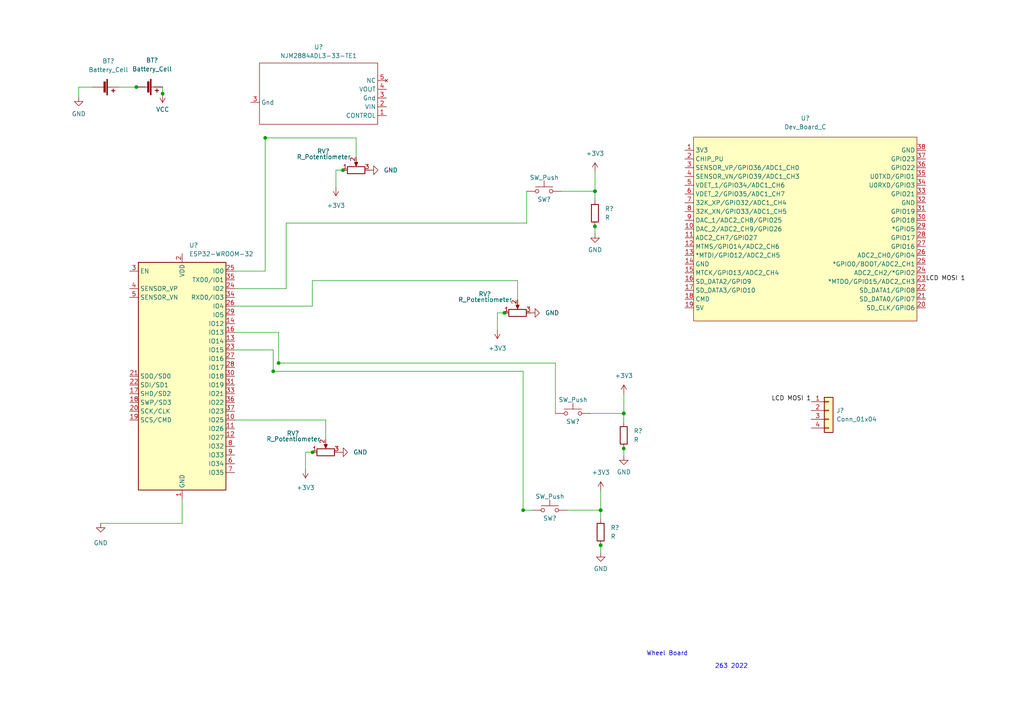
<source format=kicad_sch>
(kicad_sch (version 20211123) (generator eeschema)
  (paper "A4")
  (lib_symbols
    (symbol "AERO_Symbols:Dev_Board_C"
      (property "Reference" "U" (at 0 0 0))
      (property "Value" "Dev_Board_C" (at 0 0 0))
      (symbol "Dev_Board_C_0_0"
        (pin power_in line (at -36.83 -6.35 0) (length 2.54) (name "GND") (number "14"))
        (pin power_in line (at -36.83 -19.05 0) (length 2.54) (name "5V") (number "19"))
      )
      (symbol "Dev_Board_C_0_1"
        (rectangle (start -34.29 30.48) (end 30.48 -22.86) (fill (type background)))
      )
      (symbol "Dev_Board_C_1_1"
        (pin power_in line (at -36.83 26.67 0) (length 2.54) (name "3V3") (number "1"))
        (pin bidirectional line (at -36.83 3.81 0) (length 2.54) (name "DAC_2/ADC2_CH9/GPIO26") (number "10"))
        (pin bidirectional line (at -36.83 1.27 0) (length 2.54) (name "ADC2_CH7/GPIO27") (number "11"))
        (pin bidirectional line (at -36.83 -1.27 0) (length 2.54) (name "MTMS/GPIO14/ADC2_CH6") (number "12"))
        (pin bidirectional line (at -36.83 -3.81 0) (length 2.54) (name "*MTDI/GPIO12/ADC2_CH5") (number "13"))
        (pin bidirectional line (at -36.83 -8.89 0) (length 2.54) (name "MTCK/GPIO13/ADC2_CH4") (number "15"))
        (pin bidirectional line (at -36.83 -11.43 0) (length 2.54) (name "SD_DATA2/GPIO9") (number "16"))
        (pin bidirectional line (at -36.83 -13.97 0) (length 2.54) (name "SD_DATA3/GPIO10") (number "17"))
        (pin bidirectional line (at -36.83 -16.51 0) (length 2.54) (name "CMD") (number "18"))
        (pin input line (at -36.83 24.13 0) (length 2.54) (name "CHIP_PU") (number "2"))
        (pin bidirectional line (at 33.02 -19.05 180) (length 2.54) (name "SD_CLK/GPIO6") (number "20"))
        (pin bidirectional line (at 33.02 -16.51 180) (length 2.54) (name "SD_DATA0/GPIO7") (number "21"))
        (pin bidirectional line (at 33.02 -13.97 180) (length 2.54) (name "SD_DATA1/GPIO8") (number "22"))
        (pin bidirectional line (at 33.02 -11.43 180) (length 2.54) (name "*MTDO/GPIO15/ADC2_CH3") (number "23"))
        (pin bidirectional line (at 33.02 -8.89 180) (length 2.54) (name "ADC2_CH2/*GPIO2") (number "24"))
        (pin bidirectional line (at 33.02 -6.35 180) (length 2.54) (name "*GPIO0/BOOT/ADC2_CH1") (number "25"))
        (pin bidirectional line (at 33.02 -3.81 180) (length 2.54) (name "ADC2_CH0/GPIO4") (number "26"))
        (pin bidirectional line (at 33.02 -1.27 180) (length 2.54) (name "GPIO16") (number "27"))
        (pin bidirectional line (at 33.02 1.27 180) (length 2.54) (name "GPIO17") (number "28"))
        (pin bidirectional line (at 33.02 3.81 180) (length 2.54) (name "*GPIO5") (number "29"))
        (pin input line (at -36.83 21.59 0) (length 2.54) (name "SENSOR_VP/GPIO36/ADC1_CH0") (number "3"))
        (pin bidirectional line (at 33.02 6.35 180) (length 2.54) (name "GPIO18") (number "30"))
        (pin bidirectional line (at 33.02 8.89 180) (length 2.54) (name "GPIO19") (number "31"))
        (pin power_in line (at 33.02 11.43 180) (length 2.54) (name "GND") (number "32"))
        (pin bidirectional line (at 33.02 13.97 180) (length 2.54) (name "GPIO21") (number "33"))
        (pin bidirectional line (at 33.02 16.51 180) (length 2.54) (name "U0RXD/GPIO3") (number "34"))
        (pin bidirectional line (at 33.02 19.05 180) (length 2.54) (name "U0TXD/GPIO1") (number "35"))
        (pin bidirectional line (at 33.02 21.59 180) (length 2.54) (name "GPIO22") (number "36"))
        (pin bidirectional line (at 33.02 24.13 180) (length 2.54) (name "GPIO23") (number "37"))
        (pin power_in line (at 33.02 26.67 180) (length 2.54) (name "GND") (number "38"))
        (pin input line (at -36.83 19.05 0) (length 2.54) (name "SENSOR_VN/GPIO39/ADC1_CH3") (number "4"))
        (pin input line (at -36.83 16.51 0) (length 2.54) (name "VDET_1/GPIO34/ADC1_CH6") (number "5"))
        (pin input line (at -36.83 13.97 0) (length 2.54) (name "VDET_2/GPIO35/ADC1_CH7") (number "6"))
        (pin bidirectional line (at -36.83 11.43 0) (length 2.54) (name "32K_XP/GPIO32/ADC1_CH4") (number "7"))
        (pin bidirectional line (at -36.83 8.89 0) (length 2.54) (name "32K_XN/GPIO33/ADC1_CH5") (number "8"))
        (pin bidirectional line (at -36.83 6.35 0) (length 2.54) (name "DAC_1/ADC2_CH8/GPIO25") (number "9"))
      )
    )
    (symbol "AERO_Symbols:NJM2884ADL3-33-TE1"
      (property "Reference" "U" (at -8.89 2.54 0))
      (property "Value" "NJM2884ADL3-33-TE1" (at -5.08 0 0))
      (symbol "NJM2884ADL3-33-TE1_0_1"
        (rectangle (start -16.51 6.35) (end 17.78 -11.43))
      )
      (symbol "NJM2884ADL3-33-TE1_1_1"
        (pin input line (at 20.32 -8.89 180) (length 2.54) (name "CONTROL") (number "1"))
        (pin power_in line (at 20.32 -6.35 180) (length 2.54) (name "VIN") (number "2"))
        (pin power_out line (at -19.05 -5.08 0) (length 2.54) (name "Gnd") (number "3"))
        (pin power_out line (at 20.32 -3.81 180) (length 2.54) (name "Gnd") (number "3"))
        (pin power_out line (at 20.32 -1.27 180) (length 2.54) (name "VOUT") (number "4"))
        (pin no_connect line (at 20.32 1.27 180) (length 2.54) (name "NC") (number "5"))
      )
    )
    (symbol "Connector_Generic:Conn_01x04" (pin_names (offset 1.016) hide)
      (property "Reference" "J" (at 0 5.08 0))
      (property "Value" "Conn_01x04" (at 0 -7.62 0))
      (symbol "Conn_01x04_1_1"
        (rectangle (start -1.27 -4.953) (end 0 -5.207) (stroke (width 0.1524)))
        (rectangle (start -1.27 -2.413) (end 0 -2.667) (stroke (width 0.1524)))
        (rectangle (start -1.27 0.127) (end 0 -0.127) (stroke (width 0.1524)))
        (rectangle (start -1.27 2.667) (end 0 2.413) (stroke (width 0.1524)))
        (rectangle (start -1.27 3.81) (end 1.27 -6.35) (stroke (width 0.254)) (fill (type background)))
        (pin passive line (at -5.08 2.54 0) (length 3.81) (name "Pin_1") (number "1"))
        (pin passive line (at -5.08 0 0) (length 3.81) (name "Pin_2") (number "2"))
        (pin passive line (at -5.08 -2.54 0) (length 3.81) (name "Pin_3") (number "3"))
        (pin passive line (at -5.08 -5.08 0) (length 3.81) (name "Pin_4") (number "4"))
      )
    )
    (symbol "Device:Battery_Cell" (pin_numbers hide) (pin_names (offset 0) hide)
      (property "Reference" "BT" (at 2.54 2.54 0))
      (property "Value" "Battery_Cell" (at 2.54 0 0))
      (symbol "Battery_Cell_0_1"
        (rectangle (start -2.286 1.778) (end 2.286 1.524) (fill (type outline)))
        (rectangle (start -1.5748 1.1938) (end 1.4732 0.6858) (fill (type outline)))
        (polyline (pts (xy 0 0.762) (xy 0 0)))
        (polyline (pts (xy 0 1.778) (xy 0 2.54)))
        (polyline (pts (xy 0.508 3.429) (xy 1.524 3.429)) (stroke (width 0.254)))
        (polyline (pts (xy 1.016 3.937) (xy 1.016 2.921)) (stroke (width 0.254)))
      )
      (symbol "Battery_Cell_1_1"
        (pin passive line (at 0 5.08 270) (length 2.54) (name "+") (number "1"))
        (pin passive line (at 0 -2.54 90) (length 2.54) (name "-") (number "2"))
      )
    )
    (symbol "Device:R" (pin_numbers hide) (pin_names (offset 0))
      (property "Reference" "R" (at 2.032 0 90))
      (property "Value" "R" (at 0 0 90))
      (symbol "R_0_1"
        (rectangle (start -1.016 -2.54) (end 1.016 2.54) (stroke (width 0.254)))
      )
      (symbol "R_1_1"
        (pin passive line (at 0 3.81 270) (length 1.27) (name "~") (number "1"))
        (pin passive line (at 0 -3.81 90) (length 1.27) (name "~") (number "2"))
      )
    )
    (symbol "Device:R_Potentiometer" (pin_names (offset 1.016) hide)
      (property "Reference" "RV" (at -4.445 0 90))
      (property "Value" "R_Potentiometer" (at -2.54 0 90))
      (symbol "R_Potentiometer_0_1"
        (polyline (pts (xy 2.54 0) (xy 1.524 0)))
        (polyline (pts (xy 1.143 0) (xy 2.286 0.508) (xy 2.286 -0.508) (xy 1.143 0)) (fill (type outline)))
        (rectangle (start 1.016 2.54) (end -1.016 -2.54) (stroke (width 0.254)))
      )
      (symbol "R_Potentiometer_1_1"
        (pin passive line (at 0 3.81 270) (length 1.27) (name "1") (number "1"))
        (pin passive line (at 3.81 0 180) (length 1.27) (name "2") (number "2"))
        (pin passive line (at 0 -3.81 90) (length 1.27) (name "3") (number "3"))
      )
    )
    (symbol "RF_Module:ESP32-WROOM-32"
      (property "Reference" "U" (at -12.7 34.29 0))
      (property "Value" "ESP32-WROOM-32" (at 1.27 34.29 0))
      (symbol "ESP32-WROOM-32_0_1"
        (rectangle (start -12.7 33.02) (end 12.7 -33.02) (stroke (width 0.254)) (fill (type background)))
      )
      (symbol "ESP32-WROOM-32_1_1"
        (pin power_in line (at 0 -35.56 90) (length 2.54) (name "GND") (number "1"))
        (pin bidirectional line (at 15.24 -12.7 180) (length 2.54) (name "IO25") (number "10"))
        (pin bidirectional line (at 15.24 -15.24 180) (length 2.54) (name "IO26") (number "11"))
        (pin bidirectional line (at 15.24 -17.78 180) (length 2.54) (name "IO27") (number "12"))
        (pin bidirectional line (at 15.24 10.16 180) (length 2.54) (name "IO14") (number "13"))
        (pin bidirectional line (at 15.24 15.24 180) (length 2.54) (name "IO12") (number "14"))
        (pin passive line (at 0 -35.56 90) (length 2.54) hide (name "GND") (number "15"))
        (pin bidirectional line (at 15.24 12.7 180) (length 2.54) (name "IO13") (number "16"))
        (pin bidirectional line (at -15.24 -5.08 0) (length 2.54) (name "SHD/SD2") (number "17"))
        (pin bidirectional line (at -15.24 -7.62 0) (length 2.54) (name "SWP/SD3") (number "18"))
        (pin bidirectional line (at -15.24 -12.7 0) (length 2.54) (name "SCS/CMD") (number "19"))
        (pin power_in line (at 0 35.56 270) (length 2.54) (name "VDD") (number "2"))
        (pin bidirectional line (at -15.24 -10.16 0) (length 2.54) (name "SCK/CLK") (number "20"))
        (pin bidirectional line (at -15.24 0 0) (length 2.54) (name "SDO/SD0") (number "21"))
        (pin bidirectional line (at -15.24 -2.54 0) (length 2.54) (name "SDI/SD1") (number "22"))
        (pin bidirectional line (at 15.24 7.62 180) (length 2.54) (name "IO15") (number "23"))
        (pin bidirectional line (at 15.24 25.4 180) (length 2.54) (name "IO2") (number "24"))
        (pin bidirectional line (at 15.24 30.48 180) (length 2.54) (name "IO0") (number "25"))
        (pin bidirectional line (at 15.24 20.32 180) (length 2.54) (name "IO4") (number "26"))
        (pin bidirectional line (at 15.24 5.08 180) (length 2.54) (name "IO16") (number "27"))
        (pin bidirectional line (at 15.24 2.54 180) (length 2.54) (name "IO17") (number "28"))
        (pin bidirectional line (at 15.24 17.78 180) (length 2.54) (name "IO5") (number "29"))
        (pin input line (at -15.24 30.48 0) (length 2.54) (name "EN") (number "3"))
        (pin bidirectional line (at 15.24 0 180) (length 2.54) (name "IO18") (number "30"))
        (pin bidirectional line (at 15.24 -2.54 180) (length 2.54) (name "IO19") (number "31"))
        (pin no_connect line (at -12.7 -27.94 0) (length 2.54) hide (name "NC") (number "32"))
        (pin bidirectional line (at 15.24 -5.08 180) (length 2.54) (name "IO21") (number "33"))
        (pin bidirectional line (at 15.24 22.86 180) (length 2.54) (name "RXD0/IO3") (number "34"))
        (pin bidirectional line (at 15.24 27.94 180) (length 2.54) (name "TXD0/IO1") (number "35"))
        (pin bidirectional line (at 15.24 -7.62 180) (length 2.54) (name "IO22") (number "36"))
        (pin bidirectional line (at 15.24 -10.16 180) (length 2.54) (name "IO23") (number "37"))
        (pin passive line (at 0 -35.56 90) (length 2.54) hide (name "GND") (number "38"))
        (pin passive line (at 0 -35.56 90) (length 2.54) hide (name "GND") (number "39"))
        (pin input line (at -15.24 25.4 0) (length 2.54) (name "SENSOR_VP") (number "4"))
        (pin input line (at -15.24 22.86 0) (length 2.54) (name "SENSOR_VN") (number "5"))
        (pin input line (at 15.24 -25.4 180) (length 2.54) (name "IO34") (number "6"))
        (pin input line (at 15.24 -27.94 180) (length 2.54) (name "IO35") (number "7"))
        (pin bidirectional line (at 15.24 -20.32 180) (length 2.54) (name "IO32") (number "8"))
        (pin bidirectional line (at 15.24 -22.86 180) (length 2.54) (name "IO33") (number "9"))
      )
    )
    (symbol "Switch:SW_Push" (pin_numbers hide) (pin_names (offset 1.016) hide)
      (property "Reference" "SW" (at 1.27 2.54 0))
      (property "Value" "SW_Push" (at 0 -1.524 0))
      (symbol "SW_Push_0_1"
        (circle (center -2.032 0) (radius 0.508))
        (polyline (pts (xy 0 1.27) (xy 0 3.048)))
        (polyline (pts (xy 2.54 1.27) (xy -2.54 1.27)))
        (circle (center 2.032 0) (radius 0.508))
        (pin passive line (at -5.08 0 0) (length 2.54) (name "1") (number "1"))
        (pin passive line (at 5.08 0 180) (length 2.54) (name "2") (number "2"))
      )
    )
    (symbol "power:+3V3" (power) (pin_names (offset 0))
      (property "Value" "+3V3" (at 0 3.556 0))
      (symbol "+3V3_0_1"
        (polyline (pts (xy -0.762 1.27) (xy 0 2.54)))
        (polyline (pts (xy 0 0) (xy 0 2.54)))
        (polyline (pts (xy 0 2.54) (xy 0.762 1.27)))
      )
      (symbol "+3V3_1_1"
        (pin power_in line (at 0 0 90) (length 0) hide (name "+3V3") (number "1"))
      )
    )
    (symbol "power:GND" (power) (pin_names (offset 0))
      (property "Value" "GND" (at 0 -3.81 0))
      (symbol "GND_0_1"
        (polyline (pts (xy 0 0) (xy 0 -1.27) (xy 1.27 -1.27) (xy 0 -2.54) (xy -1.27 -1.27) (xy 0 -1.27)))
      )
      (symbol "GND_1_1"
        (pin power_in line (at 0 0 270) (length 0) hide (name "GND") (number "1"))
      )
    )
    (symbol "power:VCC" (power) (pin_names (offset 0))
      (property "Value" "VCC" (at 0 3.81 0))
      (symbol "VCC_0_1"
        (polyline (pts (xy -0.762 1.27) (xy 0 2.54)))
        (polyline (pts (xy 0 0) (xy 0 2.54)))
        (polyline (pts (xy 0 2.54) (xy 0.762 1.27)))
      )
      (symbol "VCC_1_1"
        (pin power_in line (at 0 0 90) (length 0) hide (name "VCC") (number "1"))
      )
    )
  )
  (junction (at 172.5511 65.6467))
  (junction (at 99.4797 49.3534))
  (junction (at 174.2092 158.1498))
  (junction (at 180.9087 119.9123))
  (junction (at 47.1558 27.159))
  (junction (at 174.2092 147.9742))
  (junction (at 146.301 90.7539))
  (junction (at 39.5441 25.2466))
  (junction (at 172.5511 55.4711))
  (junction (at 80.804 105.3009))
  (junction (at 76.9221 39.9932))
  (junction (at 90.6632 131.1746))
  (junction (at 180.9405 119.9123))
  (junction (at 151.7311 147.9742))
  (junction (at 180.9087 130.0879))
  (junction (at 174.241 147.9742))
  (junction (at 79.2382 107.6795))
  (junction (at 172.5829 55.4711))
  (wire (pts (xy 76.9221 39.9932) (xy 76.9221 78.6344)))
  (wire (pts (xy 80.804 96.4144) (xy 80.804 105.3009)))
  (wire (pts (xy 152.7331 64.7024) (xy 152.7331 55.4711)))
  (wire (pts (xy 144.2563 95.6707) (xy 144.2563 90.7494)))
  (wire (pts (xy 180.9405 119.9123) (xy 180.9405 114.1963)))
  (wire (pts (xy 174.2092 147.9742) (xy 174.241 147.9742)))
  (wire (pts (xy 29.2075 151.7927) (xy 52.8279 151.7927)))
  (wire (pts (xy 150.111 81.3937) (xy 150.111 86.9439)))
  (wire (pts (xy 151.7311 147.9742) (xy 154.3912 147.9742)))
  (wire (pts (xy 47.1641 25.2466) (xy 47.1641 27.159)))
  (wire (pts (xy 146.3388 90.7494) (xy 146.301 90.7539)))
  (wire (pts (xy 79.2382 101.4944) (xy 79.2382 107.6795)))
  (wire (pts (xy 76.8844 39.9932) (xy 76.9221 39.9932)))
  (wire (pts (xy 97.435 54.2702) (xy 97.435 49.3489)))
  (wire (pts (xy 99.5175 49.3489) (xy 99.4797 49.3534)))
  (wire (pts (xy 47.1641 27.159) (xy 47.1558 27.159)))
  (wire (pts (xy 68.0679 83.7144) (xy 83.0001 83.7144)))
  (wire (pts (xy 22.837 25.2759) (xy 22.837 28.1579)))
  (wire (pts (xy 79.2382 107.6795) (xy 151.7311 107.6795)))
  (wire (pts (xy 90.701 131.1701) (xy 90.6632 131.1746)))
  (wire (pts (xy 180.9405 130.0879) (xy 180.9087 130.0879)))
  (wire (pts (xy 80.804 96.4144) (xy 68.0679 96.4144)))
  (wire (pts (xy 80.804 105.3009) (xy 80.804 105.3575)))
  (wire (pts (xy 151.7311 107.6795) (xy 151.7311 147.9742)))
  (wire (pts (xy 174.241 158.1498) (xy 174.2092 158.1498)))
  (wire (pts (xy 80.804 105.3009) (xy 161.0907 105.3009)))
  (wire (pts (xy 97.435 49.3489) (xy 99.5175 49.3489)))
  (wire (pts (xy 172.5511 55.4711) (xy 172.5829 55.4711)))
  (wire (pts (xy 90.589 81.3937) (xy 150.111 81.3937)))
  (wire (pts (xy 164.5512 147.9742) (xy 174.2092 147.9742)))
  (wire (pts (xy 180.9087 119.9123) (xy 180.9405 119.9123)))
  (wire (pts (xy 83.0001 64.7024) (xy 152.7331 64.7024)))
  (wire (pts (xy 174.2092 150.5298) (xy 174.2092 147.9742)))
  (wire (pts (xy 171.2507 119.9123) (xy 180.9087 119.9123)))
  (wire (pts (xy 39.5441 25.2759) (xy 39.5441 25.2466)))
  (wire (pts (xy 68.0679 121.8144) (xy 94.4732 121.8144)))
  (wire (pts (xy 151.7124 147.9742) (xy 151.7311 147.9742)))
  (wire (pts (xy 174.241 160.2852) (xy 174.241 158.1498)))
  (wire (pts (xy 52.8279 151.7927) (xy 52.8279 144.6744)))
  (wire (pts (xy 103.2897 39.9932) (xy 103.2897 45.5434)))
  (wire (pts (xy 180.9405 132.2233) (xy 180.9405 130.0879)))
  (wire (pts (xy 79.2382 107.6795) (xy 79.2382 107.7928)))
  (wire (pts (xy 172.5829 55.4711) (xy 172.5829 49.7551)))
  (wire (pts (xy 76.9221 78.6344) (xy 68.0679 78.6344)))
  (wire (pts (xy 162.8931 55.4711) (xy 172.5511 55.4711)))
  (wire (pts (xy 88.6185 136.0914) (xy 88.6185 131.1701)))
  (wire (pts (xy 161.0907 105.3009) (xy 161.0907 119.9123)))
  (wire (pts (xy 34.4978 25.2759) (xy 39.5441 25.2759)))
  (wire (pts (xy 76.9221 39.9932) (xy 103.2897 39.9932)))
  (wire (pts (xy 144.2563 90.7494) (xy 146.3388 90.7494)))
  (wire (pts (xy 88.6185 131.1701) (xy 90.701 131.1701)))
  (wire (pts (xy 172.5829 67.7821) (xy 172.5829 65.6467)))
  (wire (pts (xy 68.0679 88.7944) (xy 90.589 88.7944)))
  (wire (pts (xy 180.9087 122.4679) (xy 180.9087 119.9123)))
  (wire (pts (xy 172.5511 58.0267) (xy 172.5511 55.4711)))
  (wire (pts (xy 174.241 147.9742) (xy 174.241 142.2582)))
  (wire (pts (xy 172.5829 65.6467) (xy 172.5511 65.6467)))
  (wire (pts (xy 83.0001 83.7144) (xy 83.0001 64.7024)))
  (wire (pts (xy 94.4732 121.8144) (xy 94.4732 127.3646)))
  (wire (pts (xy 26.8778 25.2759) (xy 22.837 25.2759)))
  (wire (pts (xy 68.0679 101.4944) (xy 79.2382 101.4944)))
  (wire (pts (xy 90.589 88.7944) (xy 90.589 81.3937)))
  (text "Wheel Board\n" (at 187.4507 190.3597 0) (effects (font (size 1.27 1.27)) (justify left bottom)))
  (text "263 2022" (at 207.3291 194.0409 0) (effects (font (size 1.27 1.27)) (justify left bottom)))
  (label "LCD MOSI 1" (at 268.4982 81.6693 0))
  (label "LCD MOSI 1" (at 235.2672 116.5209 180))
  (symbol (lib_id "power:VCC") (at 47.1558 27.159 180) (unit 1)
    (property "Reference" "#PWR?" (effects hide))
    (property "Value" "VCC" (at 47.1558 31.75 0))
  )
  (symbol (lib_id "Switch:SW_Push") (at 157.8131 55.4711 0) (unit 1)
    (property "Reference" "SW?" (at 157.8306 57.8307 0))
    (property "Value" "SW_Push" (at 157.8518 51.4932 0))
  )
  (symbol (lib_id "power:GND") (at 29.2075 151.7927 0) (unit 1)
    (property "Reference" "#PWR?" (effects hide))
    (property "Value" "GND" (at 29.2075 157.48 0))
  )
  (symbol (lib_id "power:+3V3") (at 88.6185 136.0914 180) (unit 1)
    (property "Reference" "#PWR?" (effects hide))
    (property "Value" "+3V3" (at 88.6185 141.4357 0))
  )
  (symbol (lib_id "AERO_Symbols:Dev_Board_C") (at 235.4782 70.2393 0) (unit 1)
    (property "Reference" "U?" (at 233.5732 34.29 0))
    (property "Value" "Dev_Board_C" (at 233.5732 36.83 0))
  )
  (symbol (lib_id "Switch:SW_Push") (at 159.4712 147.9742 0) (unit 1)
    (property "Reference" "SW?" (at 159.4887 150.3338 0))
    (property "Value" "SW_Push" (at 159.5099 143.9963 0))
  )
  (symbol (lib_id "Device:R_Potentiometer") (at 103.2897 49.3534 90) (unit 1)
    (property "Reference" "RV?" (at 93.803 43.8678 90))
    (property "Value" "R_Potentiometer" (at 93.9162 45.5101 90))
  )
  (symbol (lib_id "power:+3V3") (at 144.2563 95.6707 180) (unit 1)
    (property "Reference" "#PWR?" (effects hide))
    (property "Value" "+3V3" (at 144.2563 101.015 0))
  )
  (symbol (lib_id "RF_Module:ESP32-WROOM-32") (at 52.8279 109.1144 0) (unit 1)
    (property "Reference" "U?" (at 54.8473 71.12 0) (effects (justify left)))
    (property "Value" "ESP32-WROOM-32" (at 54.8473 73.66 0) (effects (justify left)))
    (property "Footprint" "RF_Module:ESP32-WROOM-32" (effects hide))
    (property "Datasheet" "https://www.espressif.com/sites/default/files/documentation/esp32-wroom-32_datasheet_en.pdf" (effects hide))
  )
  (symbol (lib_id "Device:R_Potentiometer") (at 150.111 90.7539 90) (unit 1)
    (property "Reference" "RV?" (at 140.6243 85.2683 90))
    (property "Value" "R_Potentiometer" (at 140.7375 86.9106 90))
  )
  (symbol (lib_id "AERO_Symbols:NJM2884ADL3-33-TE1") (at 91.7695 24.6276 0) (unit 1)
    (property "Reference" "U?" (at 92.4045 13.647 0))
    (property "Value" "NJM2884ADL3-33-TE1" (at 92.4045 16.187 0))
  )
  (symbol (lib_id "Device:Battery_Cell") (at 29.4178 25.2759 270) (unit 1)
    (property "Reference" "BT?" (at 31.4498 17.7045 90))
    (property "Value" "Battery_Cell" (at 31.4498 20.2445 90))
  )
  (symbol (lib_id "power:GND") (at 98.2832 131.1746 90) (unit 1)
    (property "Reference" "#PWR?" (effects hide))
    (property "Value" "GND" (at 102.4562 131.1745 90) (effects (justify right)))
  )
  (symbol (lib_id "Device:R") (at 180.9087 126.2779 180) (unit 1)
    (property "Reference" "R?" (at 183.7964 125.0078 0) (effects (justify right)))
    (property "Value" "R" (at 183.7964 127.5478 0) (effects (justify right)))
  )
  (symbol (lib_id "power:GND") (at 22.837 28.1579 0) (unit 1)
    (property "Reference" "#PWR?" (effects hide))
    (property "Value" "GND" (at 22.837 33.02 0))
  )
  (symbol (lib_id "Connector_Generic:Conn_01x04") (at 240.3472 119.0609 0) (unit 1)
    (property "Reference" "J?" (at 242.57 119.0608 0) (effects (justify left)))
    (property "Value" "Conn_01x04" (at 242.57 121.6008 0) (effects (justify left)))
  )
  (symbol (lib_id "Device:R") (at 172.5511 61.8367 180) (unit 1)
    (property "Reference" "R?" (at 175.4388 60.5666 0) (effects (justify right)))
    (property "Value" "R" (at 175.4388 63.1066 0) (effects (justify right)))
  )
  (symbol (lib_id "power:GND") (at 172.5829 67.7821 0) (unit 1)
    (property "Reference" "#PWR?" (effects hide))
    (property "Value" "GND" (at 172.5829 72.4693 0))
  )
  (symbol (lib_id "Device:Battery_Cell") (at 42.0841 25.2466 270) (unit 1)
    (property "Reference" "BT?" (at 44.1161 17.4864 90))
    (property "Value" "Battery_Cell" (at 44.1161 20.0264 90))
  )
  (symbol (lib_id "power:GND") (at 107.0997 49.3534 90) (unit 1)
    (property "Reference" "#PWR?" (effects hide))
    (property "Value" "GND" (at 111.2727 49.3533 90) (effects (justify right)))
  )
  (symbol (lib_id "Device:R_Potentiometer") (at 94.4732 131.1746 90) (unit 1)
    (property "Reference" "RV?" (at 84.9865 125.689 90))
    (property "Value" "R_Potentiometer" (at 85.0997 127.3313 90))
  )
  (symbol (lib_id "power:GND") (at 180.9405 132.2233 0) (unit 1)
    (property "Reference" "#PWR?" (effects hide))
    (property "Value" "GND" (at 180.9405 136.9105 0))
  )
  (symbol (lib_id "power:+3V3") (at 180.9405 114.1963 0) (unit 1)
    (property "Reference" "#PWR?" (effects hide))
    (property "Value" "+3V3" (at 180.9405 108.9705 0))
  )
  (symbol (lib_id "Device:R") (at 174.2092 154.3398 180) (unit 1)
    (property "Reference" "R?" (at 177.0969 153.0697 0) (effects (justify right)))
    (property "Value" "R" (at 177.0969 155.6097 0) (effects (justify right)))
  )
  (symbol (lib_id "power:GND") (at 174.241 160.2852 0) (unit 1)
    (property "Reference" "#PWR?" (effects hide))
    (property "Value" "GND" (at 174.241 164.9724 0))
  )
  (symbol (lib_id "Switch:SW_Push") (at 166.1707 119.9123 0) (unit 1)
    (property "Reference" "SW?" (at 166.1882 122.2719 0))
    (property "Value" "SW_Push" (at 166.2094 115.9344 0))
  )
  (symbol (lib_id "power:+3V3") (at 174.241 142.2582 0) (unit 1)
    (property "Reference" "#PWR?" (effects hide))
    (property "Value" "+3V3" (at 174.241 137.0324 0))
  )
  (symbol (lib_id "power:+3V3") (at 172.5829 49.7551 0) (unit 1)
    (property "Reference" "#PWR?" (effects hide))
    (property "Value" "+3V3" (at 172.5829 44.5293 0))
  )
  (symbol (lib_id "power:GND") (at 153.921 90.7539 90) (unit 1)
    (property "Reference" "#PWR?" (effects hide))
    (property "Value" "GND" (at 158.094 90.7538 90) (effects (justify right)))
  )
  (symbol (lib_id "power:+3V3") (at 97.435 54.2702 180) (unit 1)
    (property "Reference" "#PWR?" (effects hide))
    (property "Value" "+3V3" (at 97.435 59.6145 0))
  )
)
</source>
